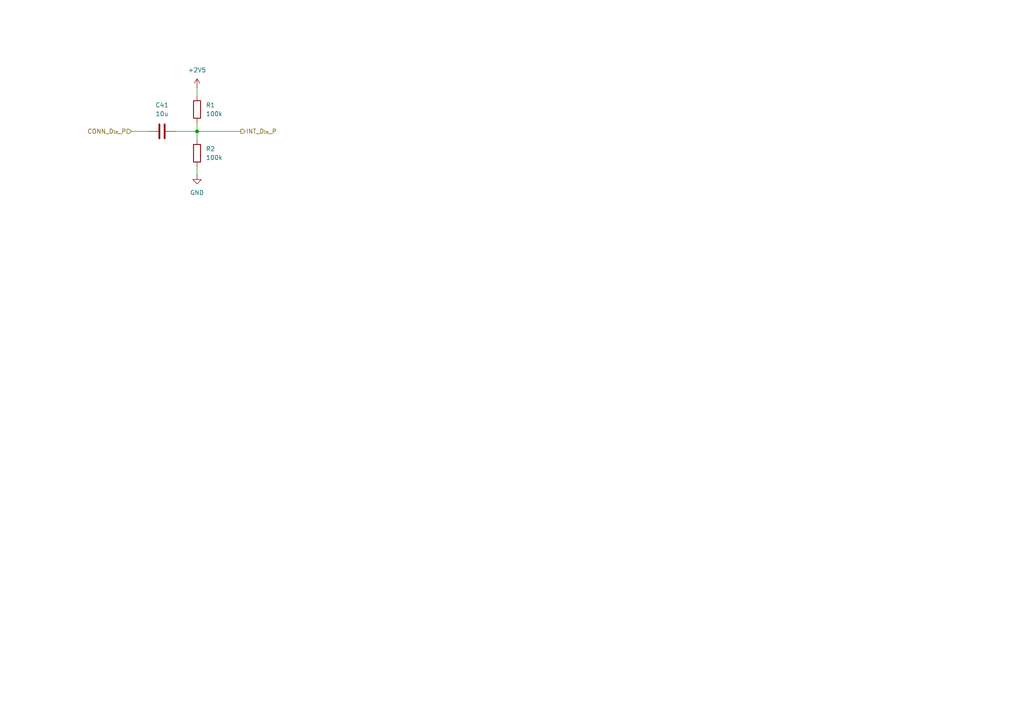
<source format=kicad_sch>
(kicad_sch (version 20231120) (generator "eeschema") (generator_version "8.0")
  (paper "A4")
  (lib_symbols
    (symbol "Device:C" (pin_numbers hide) (pin_names (offset 0.254))
      (property "Reference" "C" (at 0.635 2.54 0))
      (property "Value" "C" (at 0.635 -2.54 0))
      (symbol "C_0_1"
        (polyline (pts (xy -2.032 -0.762) (xy 2.032 -0.762)) (stroke (width 0.508)))
        (polyline (pts (xy -2.032 0.762) (xy 2.032 0.762)) (stroke (width 0.508)))
      )
      (symbol "C_1_1"
        (pin passive line (at 0 3.81 270) (length 2.794) (name "~") (number "1"))
        (pin passive line (at 0 -3.81 90) (length 2.794) (name "~") (number "2"))
      )
    )
    (symbol "Device:R" (pin_numbers hide) (pin_names (offset 0))
      (property "Reference" "R" (at 2.032 0 90))
      (property "Value" "R" (at 0 0 90))
      (symbol "R_0_1"
        (rectangle (start -1.016 -2.54) (end 1.016 2.54) (stroke (width 0.254)))
      )
      (symbol "R_1_1"
        (pin passive line (at 0 3.81 270) (length 1.27) (name "~") (number "1"))
        (pin passive line (at 0 -3.81 90) (length 1.27) (name "~") (number "2"))
      )
    )
    (symbol "power:+2V5" (power) (pin_numbers hide) (pin_names (offset 0) hide)
      (property "Value" "+2V5" (at 0 3.556 0))
      (symbol "+2V5_0_1"
        (polyline (pts (xy -0.762 1.27) (xy 0 2.54)))
        (polyline (pts (xy 0 0) (xy 0 2.54)))
        (polyline (pts (xy 0 2.54) (xy 0.762 1.27)))
      )
      (symbol "+2V5_1_1"
        (pin power_in line (at 0 0 90) (length 0) (name "~") (number "1"))
      )
    )
    (symbol "power:GND" (power) (pin_numbers hide) (pin_names (offset 0) hide)
      (property "Value" "GND" (at 0 -3.81 0))
      (symbol "GND_0_1"
        (polyline (pts (xy 0 0) (xy 0 -1.27) (xy 1.27 -1.27) (xy 0 -2.54) (xy -1.27 -1.27) (xy 0 -1.27)))
      )
      (symbol "GND_1_1"
        (pin power_in line (at 0 0 270) (length 0) (name "~") (number "1"))
      )
    )
  )
  (junction (at 57.15 38.1))
  (wire (pts (xy 57.15 35.56) (xy 57.15 38.1)))
  (wire (pts (xy 57.15 38.1) (xy 69.85 38.1)))
  (wire (pts (xy 38.1 38.1) (xy 43.18 38.1)))
  (wire (pts (xy 57.15 25.4) (xy 57.15 27.94)))
  (wire (pts (xy 57.15 38.1) (xy 57.15 40.64)))
  (wire (pts (xy 57.15 48.26) (xy 57.15 50.8)))
  (wire (pts (xy 50.8 38.1) (xy 57.15 38.1)))
  (hierarchical_label "INT_D_{in}_P" (shape output) (at 69.85 38.1 0))
  (hierarchical_label "CONN_D_{in}_P" (shape input) (at 38.1 38.1 180))
  (symbol (lib_id "power:GND") (at 57.15 50.8 0) (unit 1)
    (property "Reference" "#PWR026" (effects (hide yes)))
    (property "Value" "GND" (at 57.15 55.88 0))
    (property "Description" "Power symbol creates a global label with name \"GND\" , ground" (effects (hide yes)))
  )
  (symbol (lib_id "Device:R") (at 57.15 44.45 0) (unit 1)
    (property "Reference" "R2" (at 59.69 43.1799 0) (effects (justify left)))
    (property "Value" "100k" (at 59.69 45.7199 0) (effects (justify left)))
    (property "Footprint" "Resistor_SMD:R_0805_2012Metric" (effects (hide yes)))
    (property "Description" "Resistor" (effects (hide yes)))
  )
  (symbol (lib_id "Device:R") (at 57.15 31.75 0) (unit 1)
    (property "Reference" "R1" (at 59.69 30.4799 0) (effects (justify left)))
    (property "Value" "100k" (at 59.69 33.0199 0) (effects (justify left)))
    (property "Footprint" "Resistor_SMD:R_0805_2012Metric" (effects (hide yes)))
    (property "Description" "Resistor" (effects (hide yes)))
  )
  (symbol (lib_id "power:+2V5") (at 57.15 25.4 0) (unit 1)
    (property "Reference" "#PWR025" (effects (hide yes)))
    (property "Value" "+2V5" (at 57.15 20.32 0))
    (property "Description" "Power symbol creates a global label with name \"+2V5\"" (effects (hide yes)))
  )
  (symbol (lib_id "Device:C") (at 46.99 38.1 90) (unit 1)
    (property "Reference" "C41" (at 46.99 30.48 90))
    (property "Value" "10u" (at 46.99 33.02 90))
    (property "Footprint" "Capacitor_SMD:C_0805_2012Metric" (effects (hide yes)))
    (property "Description" "Unpolarized capacitor" (effects (hide yes)))
  )
)
</source>
